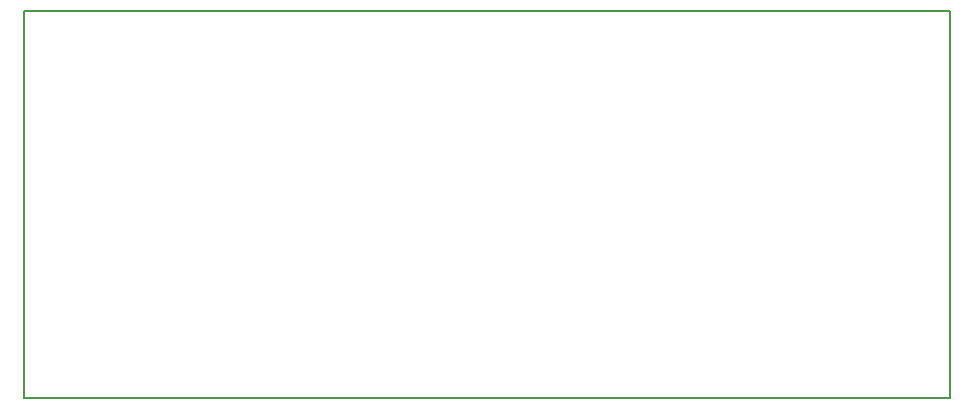
<source format=gm1>
G04 MADE WITH FRITZING*
G04 WWW.FRITZING.ORG*
G04 DOUBLE SIDED*
G04 HOLES PLATED*
G04 CONTOUR ON CENTER OF CONTOUR VECTOR*
%ASAXBY*%
%FSLAX23Y23*%
%MOIN*%
%OFA0B0*%
%SFA1.0B1.0*%
%ADD10R,3.094490X1.299210*%
%ADD11C,0.008000*%
%ADD10C,0.008*%
%LNCONTOUR*%
G90*
G70*
G54D10*
G54D11*
X4Y1295D02*
X3090Y1295D01*
X3090Y4D01*
X4Y4D01*
X4Y1295D01*
D02*
G04 End of contour*
M02*
</source>
